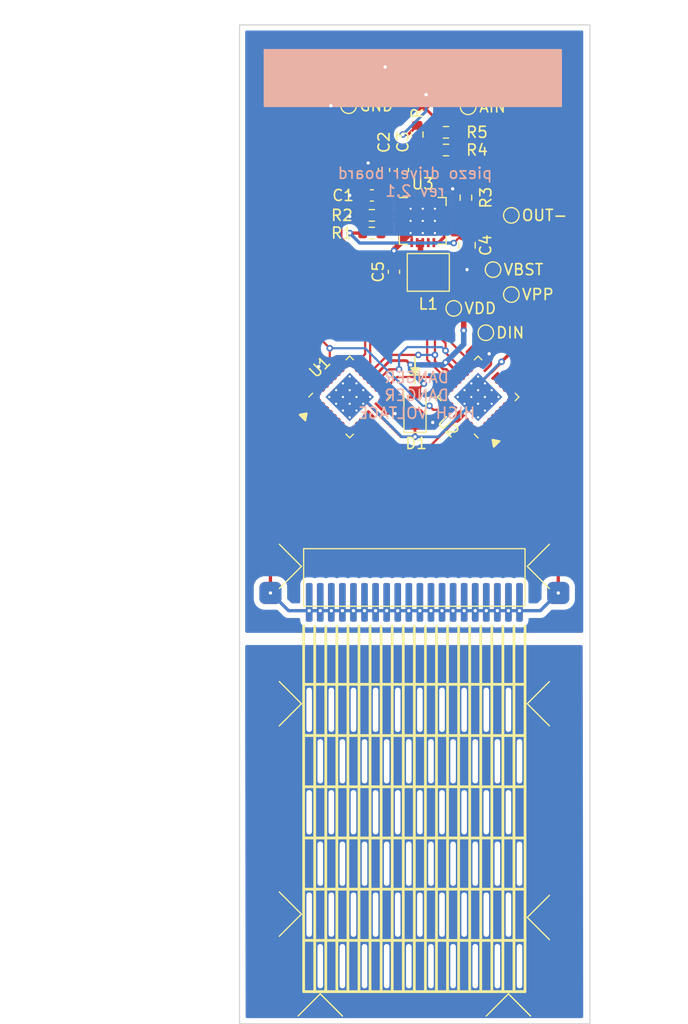
<source format=kicad_pcb>
(kicad_pcb (version 20211014) (generator pcbnew)
  (layers (0 "F.Cu" signal) (31 "B.Cu" signal) (34 "B.Paste" user) (35 "F.Paste" user) (36 "B.SilkS" user "B.Silkscreen") (37 "F.SilkS" user "F.Silkscreen") (38 "B.Mask" user) (39 "F.Mask" user) (44 "Edge.Cuts" user))
  (net 0 "")
  (net 13 "/reed20")
  (net 14 "/reed19")
  (net 15 "/reed18")
  (net 16 "/reed17")
  (net 17 "/reed16")
  (net 18 "/reed15")
  (net 19 "/reed14")
  (net 20 "/reed13")
  (net 21 "/reed12")
  (net 22 "/reed11")
  (net 23 "/reed10")
  (net 24 "/reed9")
  (net 25 "/reed8")
  (net 26 "/reed7")
  (net 27 "/reed6")
  (net 28 "/reed5")
  (net 29 "/reed4")
  (net 30 "/reed3")
  (net 31 "/reed2")
  (net 32 "/reed1")
  (net 33 "/VDD")
  (net 34 "/VBIAS")
  (net 35 "/DIN")
  (net 36 "/CLK")
  (net 37 "/POL")
  (net 38 "/LE")
  (net 39 "/DOUT")
  (net 40 "GND")
  (net 41 "/VPP")
  (net 42 "Net-(C2-Pad1)")
  (net 43 "/REG")
  (net 44 "Net-(C3-Pad1)")
  (net 45 "/AIN")
  (net 46 "/SCL")
  (net 47 "/SDA")
  (net 48 "Net-(L1-Pad1)")
  (net 49 "/PZT_Common")
  (net 50 "Net-(R1-Pad2)")
  (net 51 "Net-(R3-Pad1)")
  (net 53 "/VBST")
  (net 54 "/OUT-")
  (net 55 "Net-(U1-Pad17)")
  (net 56 "/fill")
  (footprint "Package_DFN_QFN:HVQFN-32-1EP_5x5mm_P0.5mm_EP3.1x3.1mm_ThermalVias" (layer "F.Cu") (at 98.3 74 45)
    (fp_text reference "U1")
    (fp_text value "HV528")
  )
  (footprint "Package_DFN_QFN:HVQFN-32-1EP_5x5mm_P0.5mm_EP3.1x3.1mm_ThermalVias" (layer "F.Cu") (at 109.9 74 135)
    (fp_text reference "U2")
    (fp_text value "HV528")
  )
  (footprint "TestPoint:TestPoint_Pad_D1.0mm" (layer "F.Cu") (at 111.25 62.5)
    (fp_text reference "TP4" hide)
    (fp_text value "TestPoint")
  )
  (footprint "Resistor_SMD:R_0603_1608Metric" (layer "F.Cu") (at 108.8 56 90)
    (fp_text reference "R3")
    (fp_text value "6.98k")
  )
  (footprint "TestPoint:TestPoint_Pad_D1.0mm" (layer "F.Cu") (at 110.6 68.2)
    (fp_text reference "TP7" hide)
    (fp_text value "TestPoint")
  )
  (footprint "TestPoint:TestPoint_Pad_D1.0mm" (layer "F.Cu") (at 109 47.8)
    (fp_text reference "TP6" hide)
    (fp_text value "TestPoint")
  )
  (footprint "Resistor_SMD:R_0603_1608Metric" (layer "F.Cu") (at 104.4 50.3 -90)
    (fp_text reference "R6")
    (fp_text value "DNP")
  )
  (footprint "Capacitor_SMD:C_0603_1608Metric" (layer "F.Cu") (at 102.3 62.7 90)
    (fp_text reference "C5")
    (fp_text value "10 µF")
  )
  (footprint "Package_DFN_QFN:Texas_S-PVQFN-N20_EP2.7x2.7mm_ThermalVias" (layer "F.Cu") (at 104.9 58.1)
    (fp_text reference "U3")
    (fp_text value "DRV2665")
  )
  (footprint "TestPoint:TestPoint_Pad_D1.0mm" (layer "F.Cu") (at 98.2 47.7)
    (fp_text reference "TP2" hide)
    (fp_text value "TestPoint")
  )
  (footprint "Resistor_SMD:R_0603_1608Metric" (layer "F.Cu") (at 100.3 57.6)
    (fp_text reference "R2")
    (fp_text value "6.98k")
  )
  (footprint "Capacitor_SMD:C_0603_1608Metric" (layer "F.Cu") (at 103.1 53.5 90)
    (fp_text reference "C3")
    (fp_text value "0.1 µF")
  )
  (footprint "TestPoint:TestPoint_Pad_D1.0mm" (layer "F.Cu") (at 112.9 57.6)
    (fp_text reference "TP5" hide)
    (fp_text value "TestPoint")
  )
  (footprint "TestPoint:TestPoint_Pad_D1.0mm" (layer "F.Cu") (at 107.7 66)
    (fp_text reference "TP1" hide)
    (fp_text value "TestPoint")
  )
  (footprint "Capacitor_SMD:C_0805_2012Metric" (layer "F.Cu") (at 108.9 60.3 -90)
    (fp_text reference "C4")
    (fp_text value "0.1 µF 150V+")
  )
  (footprint "Diode_SMD:D_SOD-123F" (layer "F.Cu") (at 104.2 75 90)
    (fp_text reference "D1")
    (fp_text value "D")
  )
  (footprint "microchip_hv:FH34SRJ-12S-0.5SH" (layer "F.Cu") (at 103.6 44.5 180)
    (fp_text reference "J1")
    (fp_text value "Conn_01x12")
  )
  (footprint "Capacitor_SMD:C_0603_1608Metric" (layer "F.Cu") (at 101.4 53.5 90)
    (fp_text reference "C2")
    (fp_text value "0.1 µF")
  )
  (footprint "Capacitor_SMD:C_0603_1608Metric" (layer "F.Cu") (at 100.3 55.8 180)
    (fp_text reference "C1")
    (fp_text value "1 µF")
  )
  (footprint "Resistor_SMD:R_0603_1608Metric" (layer "F.Cu") (at 107 50.1 180)
    (fp_text reference "R5")
    (fp_text value "3.3k")
  )
  (footprint "Resistor_SMD:R_0603_1608Metric" (layer "F.Cu") (at 107 51.7)
    (fp_text reference "R4")
    (fp_text value "3.3k")
  )
  (footprint "microchip_hv:TDK_VLS_3012" (layer "F.Cu") (at 105.4 62.75 -90)
    (fp_text reference "L1")
    (fp_text value "3.3 µH")
  )
  (footprint "microchip_hv:piezox20" (layer "F.Cu") (at 104.04 87.7)
    (fp_text reference "piezo1" hide)
    (fp_text value "Conn_01x22")
  )
  (footprint "TestPoint:TestPoint_Pad_D1.0mm" (layer "F.Cu") (at 112.9 64.75)
    (fp_text reference "TP3" hide)
    (fp_text value "TestPoint")
  )
  (footprint "Resistor_SMD:R_0603_1608Metric" (layer "F.Cu") (at 100.3 59.2)
    (fp_text reference "R1")
    (fp_text value "549k")
  )
  (gr_rect (start 117.4 42.65) (end 90.6 47.75) (layer "B.SilkS") (width 0.15) (fill solid))
  (gr_line (start 103.7 72) (end 104.7 72) (layer "F.SilkS") (width 0.15))
  (gr_poly (pts (xy 103.875 71.4) (xy 104.55 71.4) (xy 104.2 71.9)) (layer "F.SilkS") (width 0.2) (fill solid))
  (gr_poly (pts (xy 94.276256 76.083363) (xy 93.798959 75.606066) (xy 94.4 75.5)) (layer "F.SilkS") (width 0.2) (fill solid))
  (gr_line (start 104.2 72) (end 104.2 72.8) (layer "F.SilkS") (width 0.15))
  (gr_line (start 104.2 71.4) (end 104.2 70.4) (layer "F.SilkS") (width 0.15))
  (gr_poly (pts (xy 111.8 78) (xy 111.322703 78.477297) (xy 111.216637 77.876256)) (layer "F.SilkS") (width 0.2) (fill solid))
  (gr_line (start 104.2 70.4) (end 104.2 71.9) (layer "F.SilkS") (width 0.15))
  (gr_rect (start 88.35 40.4) (end 120 130.6) (layer "Edge.Cuts") (width 0.1) (fill none))
  (gr_text "DANGER\nDANGER\nHIGH VOLTAGE" (at 104.35 73.85) (layer "B.SilkS") (effects (font (size 1 1)) (justify mirror)))
  (gr_text "piezo driver board\nrev 2.1" (at 104.2 54.6) (layer "B.SilkS") (effects (font (size 1 1)) (justify mirror)))
  (segment (start 112.153903 75.193243) (end 113.64 76.67934) (width 0.2) (layer "F.Cu") (net 13))
  (segment (start 113.64 76.67934) (end 113.64 83.5) (width 0.2) (layer "F.Cu") (net 13))
  (segment (start 112.64 76.386447) (end 112.64 83.5) (width 0.2) (layer "F.Cu") (net 14))
  (segment (start 111.800349 75.546796) (end 112.64 76.386447) (width 0.2) (layer "F.Cu") (net 14))
  (segment (start 111.64 79.36) (end 112.2 78.8) (width 0.2) (layer "F.Cu") (net 15))
  (segment (start 111.64 83.5) (end 111.64 79.36) (width 0.2) (layer "F.Cu") (net 15))
  (segment (start 112.2 76.653553) (end 111.446796 75.900349) (width 0.2) (layer "F.Cu") (net 15))
  (segment (start 112.2 78.8) (end 112.2 76.653553) (width 0.2) (layer "F.Cu") (net 15))
  (segment (start 110.64 79.36) (end 110.64 83.5) (width 0.2) (layer "F.Cu") (net 16))
  (segment (start 111.093243 76.253903) (end 111.7 76.86066) (width 0.2) (layer "F.Cu") (net 16))
  (segment (start 111.7 78.3) (end 110.64 79.36) (width 0.2) (layer "F.Cu") (net 16))
  (segment (start 111.7 76.86066) (end 111.7 78.3) (width 0.2) (layer "F.Cu") (net 16))
  (segment (start 111.2 77.067767) (end 111.2 77.8) (width 0.2) (layer "F.Cu") (net 17))
  (segment (start 111.2 77.8) (end 109.64 79.36) (width 0.2) (layer "F.Cu") (net 17))
  (segment (start 109.64 79.36) (end 109.64 83.5) (width 0.2) (layer "F.Cu") (net 17))
  (segment (start 110.739689 76.607456) (end 111.2 77.067767) (width 0.2) (layer "F.Cu") (net 17))
  (segment (start 108.64 79.36) (end 108.64 83.5) (width 0.2) (layer "F.Cu") (net 18))
  (segment (start 110.386136 77.613864) (end 108.64 79.36) (width 0.2) (layer "F.Cu") (net 18))
  (segment (start 110.386136 76.96101) (end 110.386136 77.613864) (width 0.2) (layer "F.Cu") (net 18))
  (segment (start 109.413864 76.96101) (end 109.413864 77.586136) (width 0.2) (layer "F.Cu") (net 19))
  (segment (start 109.413864 77.586136) (end 107.64 79.36) (width 0.2) (layer "F.Cu") (net 19))
  (segment (start 107.64 79.36) (end 107.64 83.5) (width 0.2) (layer "F.Cu") (net 19))
  (segment (start 106.64 79.36) (end 106.64 83.5) (width 0.2) (layer "F.Cu") (net 20))
  (segment (start 108.742485 76.925282) (end 108.742485 77.257515) (width 0.2) (layer "F.Cu") (net 20))
  (segment (start 108.742485 77.257515) (end 106.64 79.36) (width 0.2) (layer "F.Cu") (net 20))
  (segment (start 109.060311 76.607456) (end 108.742485 76.925282) (width 0.2) (layer "F.Cu") (net 20))
  (segment (start 108.706757 76.253903) (end 108.706757 76.293243) (width 0.2) (layer "F.Cu") (net 21))
  (segment (start 108.706757 76.293243) (end 105.64 79.36) (width 0.2) (layer "F.Cu") (net 21))
  (segment (start 105.64 79.36) (end 105.64 83.5) (width 0.2) (layer "F.Cu") (net 21))
  (segment (start 107.781825 76.218175) (end 104.64 79.36) (width 0.2) (layer "F.Cu") (net 22))
  (segment (start 104.64 79.36) (end 104.64 83.5) (width 0.2) (layer "F.Cu") (net 22))
  (segment (start 108.353204 75.900349) (end 108.035378 76.218175) (width 0.2) (layer "F.Cu") (net 22))
  (segment (start 108.035378 76.218175) (end 107.781825 76.218175) (width 0.2) (layer "F.Cu") (net 22))
  (segment (start 100.164622 76.218175) (end 100.518175 76.218175) (width 0.2) (layer "F.Cu") (net 23))
  (segment (start 103.64 79.34) (end 103.64 83.5) (width 0.2) (layer "F.Cu") (net 23))
  (segment (start 99.846796 75.900349) (end 100.164622 76.218175) (width 0.2) (layer "F.Cu") (net 23))
  (segment (start 100.518175 76.218175) (end 103.64 79.34) (width 0.2) (layer "F.Cu") (net 23))
  (segment (start 102.64 79.34) (end 102.64 83.5) (width 0.2) (layer "F.Cu") (net 24))
  (segment (start 99.493243 76.253903) (end 99.553903 76.253903) (width 0.2) (layer "F.Cu") (net 24))
  (segment (start 99.553903 76.253903) (end 102.64 79.34) (width 0.2) (layer "F.Cu") (net 24))
  (segment (start 99.457515 77.157515) (end 101.64 79.34) (width 0.2) (layer "F.Cu") (net 25))
  (segment (start 99.457515 76.925282) (end 99.457515 77.157515) (width 0.2) (layer "F.Cu") (net 25))
  (segment (start 101.64 79.34) (end 101.64 83.5) (width 0.2) (layer "F.Cu") (net 25))
  (segment (start 99.139689 76.607456) (end 99.457515 76.925282) (width 0.2) (layer "F.Cu") (net 25))
  (segment (start 100.64 79.34) (end 100.64 83.5) (width 0.2) (layer "F.Cu") (net 26))
  (segment (start 98.786136 76.96101) (end 98.786136 77.486136) (width 0.2) (layer "F.Cu") (net 26))
  (segment (start 98.786136 77.486136) (end 100.64 79.34) (width 0.2) (layer "F.Cu") (net 26))
  (segment (start 97.813864 77.513864) (end 99.64 79.34) (width 0.2) (layer "F.Cu") (net 27))
  (segment (start 99.64 79.34) (end 99.64 83.5) (width 0.2) (layer "F.Cu") (net 27))
  (segment (start 97.813864 76.96101) (end 97.813864 77.513864) (width 0.2) (layer "F.Cu") (net 27))
  (segment (start 97.142485 76.925282) (end 97.142485 77.842485) (width 0.2) (layer "F.Cu") (net 28))
  (segment (start 98.64 79.34) (end 98.64 83.5) (width 0.2) (layer "F.Cu") (net 28))
  (segment (start 97.142485 77.842485) (end 98.64 79.34) (width 0.2) (layer "F.Cu") (net 28))
  (segment (start 97.460311 76.607456) (end 97.142485 76.925282) (width 0.2) (layer "F.Cu") (net 28))
  (segment (start 96.742975 76.617685) (end 96.742975 78.442975) (width 0.2) (layer "F.Cu") (net 29))
  (segment (start 97.106757 76.253903) (end 96.742975 76.617685) (width 0.2) (layer "F.Cu") (net 29))
  (segment (start 96.742975 78.442975) (end 97.64 79.34) (width 0.2) (layer "F.Cu") (net 29))
  (segment (start 97.64 79.34) (end 97.64 83.5) (width 0.2) (layer "F.Cu") (net 29))
  (segment (start 96.2 78.9) (end 96.64 79.34) (width 0.2) (layer "F.Cu") (net 30))
  (segment (start 96.64 79.34) (end 96.64 83.5) (width 0.2) (layer "F.Cu") (net 30))
  (segment (start 96.753204 75.900349) (end 96.2 76.453553) (width 0.2) (layer "F.Cu") (net 30))
  (segment (start 96.2 76.453553) (end 96.2 78.9) (width 0.2) (layer "F.Cu") (net 30))
  (segment (start 95.64 76.306447) (end 95.64 83.5) (width 0.2) (layer "F.Cu") (net 31))
  (segment (start 96.399651 75.546796) (end 95.64 76.306447) (width 0.2) (layer "F.Cu") (net 31))
  (segment (start 96.046097 75.193243) (end 96.046097 75.253903) (width 0.2) (layer "F.Cu") (net 32))
  (segment (start 94.64 76.66) (end 94.64 83.5) (width 0.2) (layer "F.Cu") (net 32))
  (segment (start 96.046097 75.253903) (end 94.64 76.66) (width 0.2) (layer "F.Cu") (net 32))
  (segment (start 102.875 63.475) (end 103.3 63.9) (width 0.5) (layer "F.Cu") (net 33))
  (segment (start 107.138664 70.885111) (end 106.960955 70.885111) (width 0.2) (layer "F.Cu") (net 33))
  (segment (start 108.6 67) (end 108.6 68) (width 0.5) (layer "F.Cu") (net 33))
  (segment (start 106.5 46.5) (end 106.5 45.6) (width 0.5) (layer "F.Cu") (net 33))
  (segment (start 105.1 47.9) (end 106.5 46.5) (width 0.5) (layer "F.Cu") (net 33))
  (segment (start 101.152126 63.475) (end 97.4 59.722874) (width 0.5) (layer "F.Cu") (net 33))
  (segment (start 103.419196 70.719196) (end 103.8 71.1) (width 0.25) (layer "F.Cu") (net 33))
  (segment (start 97.4 54.6) (end 97.4 54.377126) (width 0.5) (layer "F.Cu") (net 33))
  (segment (start 99.775 54.5) (end 97.5 54.5) (width 0.25) (layer "F.Cu") (net 33))
  (segment (start 106.960955 70.885111) (end 106.960222 70.884378) (width 0.2) (layer "F.Cu") (net 33))
  (segment (start 106.175 51.7) (end 106.175 50.1) (width 0.25) (layer "F.Cu") (net 33))
  (segment (start 101.075 55.8) (end 101.075 56.197328) (width 0.25) (layer "F.Cu") (net 33))
  (segment (start 103.3 63.9) (end 105.3 63.9) (width 0.5) (layer "F.Cu") (net 33))
  (segment (start 106.175 50.1) (end 106.175 48.975) (width 0.25) (layer "F.Cu") (net 33))
  (segment (start 102.3 63.475) (end 102.875 63.475) (width 0.5) (layer "F.Cu") (net 33))
  (segment (start 105.4 63.8) (end 108.6 67) (width 0.5) (layer "F.Cu") (net 33))
  (segment (start 97.5 54.5) (end 97.4 54.6) (width 0.25) (layer "F.Cu") (net 33))
  (segment (start 97.4 54.377126) (end 103.877126 47.9) (width 0.5) (layer "F.Cu") (net 33))
  (segment (start 102.477672 57.6) (end 102.9375 57.6) (width 0.25) (layer "F.Cu") (net 33))
  (segment (start 104.2 73.6) (end 105 72.8) (width 0.2) (layer "F.Cu") (net 33))
  (segment (start 108.353204 72.099651) (end 107.138664 70.885111) (width 0.25) (layer "F.Cu") (net 33))
  (segment (start 106.175 48.975) (end 105.1 47.9) (width 0.25) (layer "F.Cu") (net 33))
  (segment (start 97.4 59.722874) (end 97.4 54.6) (width 0.5) (layer "F.Cu") (net 33))
  (segment (start 101.934357 70.719196) (end 103.419196 70.719196) (width 0.25) (layer "F.Cu") (net 33))
  (segment (start 100.200349 72.453204) (end 101.934357 70.719196) (width 0.25) (layer "F.Cu") (net 33))
  (segment (start 105.3 63.9) (end 105.4 63.8) (width 0.5) (layer "F.Cu") (net 33))
  (segment (start 101.075 56.197328) (end 102.477672 57.6) (width 0.25) (layer "F.Cu") (net 33))
  (segment (start 101.075 55.8) (end 99.775 54.5) (width 0.25) (layer "F.Cu") (net 33))
  (segment (start 103.877126 47.9) (end 105.1 47.9) (width 0.5) (layer "F.Cu") (net 33))
  (segment (start 102.3 63.475) (end 101.152126 63.475) (width 0.5) (layer "F.Cu") (net 33))
  (via (at 108.6 68) (size 0.6) (drill 0.3) (layers "F.Cu" "B.Cu") (net 33))
  (via (at 103.8 71.1) (size 0.6) (drill 0.3) (layers "F.Cu" "B.Cu") (net 33))
  (via (at 106.960222 70.884378) (size 0.6) (drill 0.3) (layers "F.Cu" "B.Cu") (net 33))
  (via (at 105 72.8) (size 0.6) (drill 0.3) (layers "F.Cu" "B.Cu") (net 33))
  (segment (start 103.8 71.1) (end 103.8 71.6) (width 0.5) (layer "B.Cu") (net 33))
  (segment (start 106.7446 71.1) (end 106.960222 70.884378) (width 0.5) (layer "B.Cu") (net 33))
  (segment (start 103.8 71.1) (end 106.7446 71.1) (width 0.5) (layer "B.Cu") (net 33))
  (segment (start 108.6 68) (end 108.6 69.2446) (width 0.5) (layer "B.Cu") (net 33))
  (segment (start 108.6 69.2446) (end 106.960222 70.884378) (width 0.5) (layer "B.Cu") (net 33))
  (segment (start 103.8 71.6) (end 105 72.8) (width 0.5) (layer "B.Cu") (net 33))
  (segment (start 101.35 46.654994) (end 94.800482 53.204512) (width 0.2) (layer "F.Cu") (net 34))
  (segment (start 94.800482 53.204512) (end 94.800482 67.900482) (width 0.2) (layer "F.Cu") (net 34))
  (segment (start 97.460311 71.392544) (end 96.5 70.432233) (width 0.2) (layer "F.Cu") (net 34))
  (segment (start 106.974718 75.157515) (end 105.857515 75.157515) (width 0.2) (layer "F.Cu") (net 34))
  (segment (start 101.35 45.6) (end 101.35 46.654994) (width 0.2) (layer "F.Cu") (net 34))
  (segment (start 96.5 70.432233) (end 96.5 69.6) (width 0.2) (layer "F.Cu") (net 34))
  (segment (start 107.292544 74.839689) (end 106.974718 75.157515) (width 0.2) (layer "F.Cu") (net 34))
  (segment (start 94.800482 67.900482) (end 96.5 69.6) (width 0.2) (layer "F.Cu") (net 34))
  (segment (start 105.857515 75.157515) (end 105.5 74.8) (width 0.2) (layer "F.Cu") (net 34))
  (via (at 96.5 69.6) (size 0.6) (drill 0.3) (layers "F.Cu" "B.Cu") (net 34))
  (via (at 105.5 74.8) (size 0.6) (drill 0.3) (layers "F.Cu" "B.Cu") (net 34))
  (segment (start 99.7 69.6) (end 104.9 74.8) (width 0.2) (layer "B.Cu") (net 34))
  (segment (start 96.5 69.6) (end 99.7 69.6) (width 0.2) (layer "B.Cu") (net 34))
  (segment (start 104.9 74.8) (end 105.5 74.8) (width 0.2) (layer "B.Cu") (net 34))
  (segment (start 104.1 67.2) (end 104.7 67.2) (width 0.2) (layer "F.Cu") (net 35))
  (segment (start 104.7 67.2) (end 105.574874 67.2) (width 0.2) (layer "F.Cu") (net 35))
  (segment (start 110.6 68.2) (end 108.887437 69.912563) (width 0.2) (layer "F.Cu") (net 35))
  (segment (start 96.8 59.9) (end 104.1 67.2) (width 0.2) (layer "F.Cu") (net 35))
  (segment (start 103.85 45.6) (end 103.85 47.05) (width 0.2) (layer "F.Cu") (net 35))
  (segment (start 103.85 47.05) (end 96.8 54.1) (width 0.2) (layer "F.Cu") (net 35))
  (segment (start 108.887437 69.912563) (end 108.887437 70.512563) (width 0.2) (layer "F.Cu") (net 35))
  (segment (start 105.574874 67.2) (end 108.887437 70.512563) (width 0.2) (layer "F.Cu") (net 35))
  (segment (start 96.8 54.1) (end 96.8 59.9) (width 0.2) (layer "F.Cu") (net 35))
  (segment (start 108.887437 70.512563) (end 109.413864 71.03899) (width 0.2) (layer "F.Cu") (net 35))
  (segment (start 96.398533 60.198533) (end 96.398533 53.901467) (width 0.2) (layer "F.Cu") (net 36))
  (segment (start 106.960707 69.150827) (end 105.40988 67.6) (width 0.2) (layer "F.Cu") (net 36))
  (segment (start 101.86066 71.5) (end 102.758482 71.5) (width 0.2) (layer "F.Cu") (net 36))
  (segment (start 108.706757 71.746097) (end 106.960707 70.000047) (width 0.2) (layer "F.Cu") (net 36))
  (segment (start 96.398533 53.901467) (end 103.35 46.95) (width 0.2) (layer "F.Cu") (net 36))
  (segment (start 100.553903 72.806757) (end 101.86066 71.5) (width 0.2) (layer "F.Cu") (net 36))
  (segment (start 103.35 46.95) (end 103.35 45.6) (width 0.2) (layer "F.Cu") (net 36))
  (segment (start 106.960707 70.000047) (end 106.960707 69.823939) (width 0.2) (layer "F.Cu") (net 36))
  (segment (start 105.40988 67.6) (end 103.8 67.6) (width 0.2) (layer "F.Cu") (net 36))
  (segment (start 106.960707 69.823939) (end 106.960707 69.150827) (width 0.2) (layer "F.Cu") (net 36))
  (segment (start 103.8 67.6) (end 96.398533 60.198533) (width 0.2) (layer "F.Cu") (net 36))
  (via (at 106.960707 69.823939) (size 0.6) (drill 0.3) (layers "F.Cu" "B.Cu") (net 36))
  (via (at 102.758482 71.5) (size 0.6) (drill 0.3) (layers "F.Cu" "B.Cu") (net 36))
  (segment (start 106.960707 69.823939) (end 106.637737 69.500969) (width 0.2) (layer "B.Cu") (net 36))
  (segment (start 106.637737 69.500969) (end 103.499031 69.500969) (width 0.2) (layer "B.Cu") (net 36))
  (segment (start 103.499031 69.500969) (end 102.758482 70.241518) (width 0.2) (layer "B.Cu") (net 36))
  (segment (start 102.758482 70.241518) (end 102.758482 71.5) (width 0.2) (layer "B.Cu") (net 36))
  (segment (start 103.1 70.2) (end 104.5 70.2) (width 0.2) (layer "F.Cu") (net 37))
  (segment (start 105.9995 70.771478) (end 105.9995 70.2) (width 0.2) (layer "F.Cu") (net 37))
  (segment (start 101.746447 70.2) (end 103.1 70.2) (width 0.2) (layer "F.Cu") (net 37))
  (segment (start 103.6 68) (end 105.2 68) (width 0.2) (layer "F.Cu") (net 37))
  (segment (start 105.2 68) (end 105.9995 68.7995) (width 0.2) (layer "F.Cu") (net 37))
  (segment (start 95.999022 53.700978) (end 95.999022 60.399022) (width 0.2) (layer "F.Cu") (net 37))
  (segment (start 107.031059 71.484612) (end 106.712634 71.484612) (width 0.2) (layer "F.Cu") (net 37))
  (segment (start 107.999651 72.453204) (end 107.031059 71.484612) (width 0.2) (layer "F.Cu") (net 37))
  (segment (start 102.85 45.6) (end 102.85 46.85) (width 0.2) (layer "F.Cu") (net 37))
  (segment (start 99.846796 72.099651) (end 101.746447 70.2) (width 0.2) (layer "F.Cu") (net 37))
  (segment (start 105.9995 68.7995) (end 105.9995 70.2) (width 0.2) (layer "F.Cu") (net 37))
  (segment (start 102.85 46.85) (end 95.999022 53.700978) (width 0.2) (layer "F.Cu") (net 37))
  (segment (start 106.712634 71.484612) (end 105.9995 70.771478) (width 0.2) (layer "F.Cu") (net 37))
  (segment (start 95.999022 60.399022) (end 103.6 68) (width 0.2) (layer "F.Cu") (net 37))
  (via (at 104.5 70.2) (size 0.6) (drill 0.3) (layers "F.Cu" "B.Cu") (net 37))
  (via (at 105.9995 70.2) (size 0.6) (drill 0.3) (layers "F.Cu" "B.Cu") (net 37))
  (segment (start 104.5 70.2) (end 105.9995 70.2) (width 0.2) (layer "B.Cu") (net 37))
  (segment (start 107.646097 72.806757) (end 106.723463 71.884123) (width 0.2) (layer "F.Cu") (net 38))
  (segment (start 105.3 70.636972) (end 105.3 68.7) (width 0.2) (layer "F.Cu") (net 38))
  (segment (start 105 68.4) (end 103.4 68.4) (width 0.2) (layer "F.Cu") (net 38))
  (segment (start 106.723463 71.884123) (end 106.547151 71.884123) (width 0.2) (layer "F.Cu") (net 38))
  (segment (start 95.599511 60.599511) (end 95.599511 53.535483) (width 0.2) (layer "F.Cu") (net 38))
  (segment (start 103.4 68.4) (end 100.15 65.15) (width 0.2) (layer "F.Cu") (net 38))
  (segment (start 99.493243 71.746097) (end 100.15 71.08934) (width 0.2) (layer "F.Cu") (net 38))
  (segment (start 100.15 68.65) (end 100.15 65.15) (width 0.2) (layer "F.Cu") (net 38))
  (segment (start 105.3 68.7) (end 105 68.4) (width 0.2) (layer "F.Cu") (net 38))
  (segment (start 100.15 65.15) (end 95.599511 60.599511) (width 0.2) (layer "F.Cu") (net 38))
  (segment (start 100.15 71.08934) (end 100.15 68.65) (width 0.2) (layer "F.Cu") (net 38))
  (segment (start 95.599511 53.535483) (end 102.35 46.784994) (width 0.2) (layer "F.Cu") (net 38))
  (segment (start 102.35 46.784994) (end 102.35 45.6) (width 0.2) (layer "F.Cu") (net 38))
  (segment (start 106.547151 71.884123) (end 105.3 70.636972) (width 0.2) (layer "F.Cu") (net 38))
  (segment (start 99.7 65.3) (end 95.2 60.8) (width 0.2) (layer "F.Cu") (net 39))
  (segment (start 95.2 60.8) (end 95.2 53.37) (width 0.2) (layer "F.Cu") (net 39))
  (segment (start 98.786136 71.03899) (end 99.7 70.125126) (width 0.2) (layer "F.Cu") (net 39))
  (segment (start 101.85 46.72) (end 101.85 45.6) (width 0.2) (layer "F.Cu") (net 39))
  (segment (start 99.7 70.125126) (end 99.7 65.3) (width 0.2) (layer "F.Cu") (net 39))
  (segment (start 95.2 53.37) (end 101.85 46.72) (width 0.2) (layer "F.Cu") (net 39))
  (segment (start 103.9 60.0625) (end 103.9 59.3) (width 0.2) (layer "F.Cu") (net 40))
  (segment (start 102.3 60.7) (end 103.05 59.95) (width 0.5) (layer "F.Cu") (net 40))
  (segment (start 105.9 55.50035) (end 106.20035 55.2) (width 0.2) (layer "F.Cu") (net 40))
  (segment (start 110.739689 71.392544) (end 111.057515 71.074718) (width 0.2) (layer "F.Cu") (net 40))
  (segment (start 102.9375 59.8375) (end 103.05 59.95) (width 0.2) (layer "F.Cu") (net 40))
  (segment (start 100.85 45.6) (end 100.85 44.85) (width 0.3) (layer "F.Cu") (net 40))
  (segment (start 102.9375 59.1) (end 103.7 59.1) (width 0.2) (layer "F.Cu") (net 40))
  (segment (start 103.1625 60.0625) (end 103.05 59.95) (width 0.2) (layer "F.Cu") (net 40))
  (segment (start 108.9 61.25) (end 108.9 62.5) (width 0.3) (layer "F.Cu") (net 40))
  (segment (start 102.4 75.5) (end 102.75 75.15) (width 0.2) (layer "F.Cu") (net 40))
  (segment (start 101.567767 75.5) (end 102.4 75.5) (width 0.2) (layer "F.Cu") (net 40))
  (segment (start 100.11208 52.725) (end 99.96854 52.86854) (width 0.25) (layer "F.Cu") (net 40))
  (segment (start 100.85 44.85) (end 101.5 44.2) (width 0.3) (layer "F.Cu") (net 40))
  (segment (start 103.9 59.3) (end 103.8 59.2) (width 0.2) (layer "F.Cu") (net 40))
  (segment (start 98.75 47.7) (end 96.6 47.7) (width 0.3) (layer "F.Cu") (net 40))
  (segment (start 103.9 60.0625) (end 103.1625 60.0625) (width 0.3) (layer "F.Cu") (net 40))
  (segment (start 102.3 61.925) (end 102.3 60.7) (width 0.5) (layer "F.Cu") (net 40))
  (segment (start 100.85 45.6) (end 98.75 47.7) (width 0.3) (layer "F.Cu") (net 40))
  (segment (start 105.9 56.9) (end 106 57) (width 0.2) (layer "F.Cu") (net 40))
  (segment (start 105.9 56.1375) (end 105.9 55.50035) (width 0.2) (layer "F.Cu") (net 40))
  (segment (start 102.75 75.15) (end 104.65 75.15) (width 0.2) (layer "F.Cu") (net 40))
  (segment (start 111.057515 70.257515) (end 110.9 70.1) (width 0.2) (layer "F.Cu") (net 40))
  (segment (start 101.4 52.725) (end 100.11208 52.725) (width 0.25) (layer "F.Cu") (net 40))
  (segment (start 103.7 59.1) (end 103.8 59.2) (width 0.2) (layer "F.Cu") (net 40))
  (segment (start 99.375 57.7) (end 98.3 57.7) (width 0.2) (layer "F.Cu") (net 40))
  (segment (start 101.4 52.725) (end 103.1 52.725) (width 0.25) (layer "F.Cu") (net 40))
  (segment (start 106.53934 76.3) (end 105.8 76.3) (width 0.2) (layer "F.Cu") (net 40))
  (segment (start 105.9 56.1375) (end 105.9 56.9) (width 0.2) (layer "F.Cu") (net 40))
  (segment (start 97.106757 71.746097) (end 96.612673 71.252013) (width 0.2) (layer "F.Cu") (net 40))
  (segment (start 102.9375 59.1) (end 102.9375 59.8375) (width 0.5) (layer "F.Cu") (net 40))
  (segment (start 99.475 57.6) (end 99.375 57.7) (width 0.2) (layer "F.Cu") (net 40))
  (segment (start 102.9375 58.6) (end 104.4 58.6) (width 0.2) (layer "F.Cu") (net 40))
  (segment (start 104.4 58.6) (end 104.9 58.1) (width 0.2) (layer "F.Cu") (net 40))
  (segment (start 102.9375 58.6) (end 102.9375 59.1) (width 0.3) (layer "F.Cu") (net 40))
  (segment (start 107.625 55.175) (end 107.6 55.2) (width 0.2) (layer "F.Cu") (net 40))
  (segment (start 104.65 75.15) (end 105.8 76.3) (width 0.2) (layer "F.Cu") (net 40))
  (segment (start 106.20035 55.2) (end 107.6 55.2) (width 0.2) (layer "F.Cu") (net 40))
  (segment (start 108.8 55.175) (end 107.625 55.175) (width 0.2) (layer "F.Cu") (net 40))
  (segment (start 99.325 55.8) (end 98.3 55.8) (width 0.3) (layer "F.Cu") (net 40))
  (segment (start 96.612673 71.252013) (end 95.5 71.252013) (width 0.2) (layer "F.Cu") (net 40))
  (segment (start 111.057515 71.074718) (end 111.057515 70.257515) (width 0.2) (layer "F.Cu") (net 40))
  (segment (start 107.646097 75.193243) (end 106.53934 76.3) (width 0.2) (layer "F.Cu") (net 40))
  (segment (start 100.907456 74.839689) (end 101.567767 75.5) (width 0.2) (layer "F.Cu") (net 40))
  (segment (start 103.05 59.95) (end 103.8 59.2) (width 0.5) (layer "F.Cu") (net 40))
  (via (at 105.8 76.3) (size 0.6) (drill 0.3) (layers "F.Cu" "B.Cu") (net 40))
  (via (at 107.6 55.2) (size 0.6) (drill 0.3) (layers "F.Cu" "B.Cu") (net 40))
  (via (at 98.3 57.7) (size 0.6) (drill 0.3) (layers "F.Cu" "B.Cu") (net 40))
  (via (at 101.5 44.2) (size 0.6) (drill 0.3) (layers "F.Cu" "B.Cu") (net 40))
  (via (at 95.5 71.252013) (size 0.6) (drill 0.3) (layers "F.Cu" "B.Cu") (net 40))
  (via (at 99.96854 52.86854) (size 0.6) (drill 0.3) (layers "F.Cu" "B.Cu") (net 40))
  (via (at 98.3 55.8) (size 0.6) (drill 0.3) (layers "F.Cu" "B.Cu") (net 40))
  (via (at 96.6 47.7) (size 0.6) (drill 0.3) (layers "F.Cu" "B.Cu") (net 40))
  (via (at 108.9 62.5) (size 0.6) (drill 0.3) (layers "F.Cu" "B.Cu") (net 40))
  (via (at 102.3 60.8) (size 0.6) (drill 0.3) (layers "F.Cu" "B.Cu") (net 40))
  (via (at 110.9 70.1) (size 0.6) (drill 0.3) (layers "F.Cu" "B.Cu") (net 40))
  (via (at 102.4 75.5) (size 0.6) (drill 0.3) (layers "F.Cu" "B.Cu") (net 40))
  (segment (start 107.3 58.1) (end 107.302151 58.102151) (width 0.3) (layer "F.Cu") (net 41))
  (segment (start 104.2 76.4) (end 104.2 77.6) (width 0.25) (layer "F.Cu") (net 41))
  (segment (start 98.1 74) (end 98.3 74) (width 0.25) (layer "F.Cu") (net 41))
  (segment (start 109.9 72.93934) (end 109.9 74) (width 0.25) (layer "F.Cu") (net 41))
  (segment (start 104.2 77.6) (end 102.96066 77.6) (width 0.25) (layer "F.Cu") (net 41))
  (segment (start 110.702151 58.102151) (end 112.9 60.3) (width 0.3) (layer "F.Cu") (net 41))
  (segment (start 109.9 74) (end 109.900002 74) (width 0.25) (layer "F.Cu") (net 41))
  (segment (start 111.093243 71.746097) (end 109.9 72.93934) (width 0.25) (layer "F.Cu") (net 41))
  (segment (start 112.9 60.3) (end 112.9 69.93934) (width 0.3) (layer "F.Cu") (net 41))
  (segment (start 102.96066 77.6) (end 100.553903 75.193243) (width 0.25) (layer "F.Cu") (net 41))
  (segment (start 99.36066 74) (end 100.553903 75.193243) (width 0.25) (layer "F.Cu") (net 41))
  (segment (start 107.302151 58.102151) (end 110.702151 58.102151) (width 0.3) (layer "F.Cu") (net 41))
  (segment (start 112.9 69.93934) (end 112.01967 70.81967) (width 0.3) (layer "F.Cu") (net 41))
  (segment (start 112.01967 70.81967) (end 111.093243 71.746097) (width 0.3) (layer "F.Cu") (net 41))
  (via (at 104.2 77.6) (size 0.6) (drill 0.3) (layers "F.Cu" "B.Cu") (net 41))
  (via (at 112.01967 70.81967) (size 0.6) (drill 0.3) (layers "F.Cu" "B.Cu") (net 41))
  (segment (start 103 77.6) (end 104.2 77.6) (width 0.25) (layer "B.Cu") (net 41))
  (segment (start 109.900002 74) (end 106.300002 77.6) (width 0.25) (layer "B.Cu") (net 41))
  (segment (start 109.9 72.9) (end 111.98033 70.81967) (width 0.25) (layer "B.Cu") (net 41))
  (segment (start 111.98033 70.81967) (end 112.01967 70.81967) (width 0.25) (layer "B.Cu") (net 41))
  (segment (start 106.300002 77.6) (end 104.2 77.6) (width 0.25) (layer "B.Cu") (net 41))
  (segment (start 109.9 74) (end 109.9 72.9) (width 0.25) (layer "B.Cu") (net 41))
  (segment (start 99.4 74) (end 103 77.6) (width 0.25) (layer "B.Cu") (net 41))
  (segment (start 98.1 74) (end 99.4 74) (width 0.25) (layer "B.Cu") (net 41))
  (segment (start 101.4 54.275) (end 102.9375 55.8125) (width 0.25) (layer "F.Cu") (net 42))
  (segment (start 102.9375 55.8125) (end 102.9375 57.1) (width 0.25) (layer "F.Cu") (net 42))
  (segment (start 103.575 50.3) (end 104.4 49.475) (width 0.25) (layer "F.Cu") (net 43))
  (segment (start 105.2 46.7) (end 105.215006 46.7) (width 0.25) (layer "F.Cu") (net 43))
  (segment (start 105.215006 46.7) (end 105.85 46.065006) (width 0.25) (layer "F.Cu") (net 43))
  (segment (start 105.85 46.065006) (end 105.85 45.6) (width 0.25) (layer "F.Cu") (net 43))
  (segment (start 103.1 50.3) (end 103.575 50.3) (width 0.25) (layer "F.Cu") (net 43))
  (via (at 105.2 46.7) (size 0.6) (drill 0.3) (layers "F.Cu" "B.Cu") (net 43))
  (via (at 103.1 50.3) (size 0.6) (drill 0.3) (layers "F.Cu" "B.Cu") (net 43))
  (segment (start 105.2 46.7) (end 105.2 48.2) (width 0.25) (layer "B.Cu") (net 43))
  (segment (start 105.2 48.2) (end 103.1 50.3) (width 0.25) (layer "B.Cu") (net 43))
  (segment (start 103.1 54.525) (end 103.9 55.325) (width 0.3) (layer "F.Cu") (net 44))
  (segment (start 104.4 52.975) (end 104.4 51.125) (width 0.25) (layer "F.Cu") (net 44))
  (segment (start 103.1 54.275) (end 104.4 52.975) (width 0.25) (layer "F.Cu") (net 44))
  (segment (start 103.9 55.325) (end 103.9 56.1375) (width 0.3) (layer "F.Cu") (net 44))
  (segment (start 104.35 44.77957) (end 104.35 45.6) (width 0.25) (layer "F.Cu") (net 45))
  (segment (start 105.4 56.1375) (end 105.4 55.396422) (width 0.25) (layer "F.Cu") (net 45))
  (segment (start 107.847392 52.94903) (end 108.428457 52.94903) (width 0.25) (layer "F.Cu") (net 45))
  (segment (start 106.962873 43.976459) (end 105.153111 43.976459) (width 0.25) (layer "F.Cu") (net 45))
  (segment (start 108.428457 52.94903) (end 108.999031 52.378456) (width 0.25) (layer "F.Cu") (net 45))
  (segment (start 108.999031 46.012617) (end 106.962873 43.976459) (width 0.25) (layer "F.Cu") (net 45))
  (segment (start 108.999031 52.378456) (end 108.999031 46.012617) (width 0.25) (layer "F.Cu") (net 45))
  (segment (start 105.4 55.396422) (end 107.847392 52.94903) (width 0.25) (layer "F.Cu") (net 45))
  (segment (start 105.153111 43.976459) (end 104.35 44.77957) (width 0.25) (layer "F.Cu") (net 45))
  (segment (start 104.85 44.99929) (end 105.423321 44.425969) (width 0.25) (layer "F.Cu") (net 46))
  (segment (start 107.825 50.1) (end 108.54952 50.82452) (width 0.25) (layer "F.Cu") (net 46))
  (segment (start 107.199022 44.848312) (end 107.199022 44.850825) (width 0.25) (layer "F.Cu") (net 46))
  (segment (start 107.199022 44.850825) (end 107.524031 45.175834) (width 0.25) (layer "F.Cu") (net 46))
  (segment (start 107.661198 52.49952) (end 104.9 55.260718) (width 0.25) (layer "F.Cu") (net 46))
  (segment (start 106.77668 44.42597) (end 107.199022 44.848312) (width 0.25) (layer "F.Cu") (net 46))
  (segment (start 104.85 45.6) (end 104.85 44.99929) (width 0.25) (layer "F.Cu") (net 46))
  (segment (start 107.52403 45.180806) (end 107.825 45.481776) (width 0.25) (layer "F.Cu") (net 46))
  (segment (start 104.9 55.260718) (end 104.9 56.1375) (width 0.25) (layer "F.Cu") (net 46))
  (segment (start 107.825 45.481776) (end 107.825 50.1) (width 0.25) (layer "F.Cu") (net 46))
  (segment (start 107.524031 45.175834) (end 107.52403 45.180806) (width 0.25) (layer "F.Cu") (net 46))
  (segment (start 108.242263 52.49952) (end 107.661198 52.49952) (width 0.25) (layer "F.Cu") (net 46))
  (segment (start 108.54952 52.192263) (end 108.242263 52.49952) (width 0.25) (layer "F.Cu") (net 46))
  (segment (start 108.54952 50.82452) (end 108.54952 52.192263) (width 0.25) (layer "F.Cu") (net 46))
  (segment (start 105.423321 44.425969) (end 106.77668 44.42597) (width 0.25) (layer "F.Cu") (net 46))
  (segment (start 107.10048 50.97548) (end 107.825 51.7) (width 0.25) (layer "F.Cu") (net 47))
  (segment (start 104.4 55.125) (end 104.4 56.1375) (width 0.25) (layer "F.Cu") (net 47))
  (segment (start 107.825 51.7) (end 104.4 55.125) (width 0.25) (layer "F.Cu") (net 47))
  (segment (start 107.10048 45.387987) (end 107.10048 50.97548) (width 0.25) (layer "F.Cu") (net 47))
  (segment (start 106.590486 44.87548) (end 106.82452 45.109514) (width 0.25) (layer "F.Cu") (net 47))
  (segment (start 105.35 45.6) (end 105.35 45.134994) (width 0.25) (layer "F.Cu") (net 47))
  (segment (start 105.35 45.134994) (end 105.609514 44.87548) (width 0.25) (layer "F.Cu") (net 47))
  (segment (start 106.82452 45.112027) (end 107.10048 45.387987) (width 0.25) (layer "F.Cu") (net 47))
  (segment (start 106.82452 45.109514) (end 106.82452 45.112027) (width 0.25) (layer "F.Cu") (net 47))
  (segment (start 105.609514 44.87548) (end 106.590486 44.87548) (width 0.25) (layer "F.Cu") (net 47))
  (segment (start 104.7 61) (end 104.7 60.1) (width 0.5) (layer "F.Cu") (net 48))
  (segment (start 105.4 61.7) (end 104.7 61) (width 0.5) (layer "F.Cu") (net 48))
  (segment (start 104.7 60.1) (end 104.6625 60.0625) (width 0.5) (layer "F.Cu") (net 48))
  (segment (start 117.14 78.21798) (end 117.14 91.19048) (width 0.3) (layer "F.Cu") (net 49))
  (segment (start 111.800349 72.453204) (end 112.86101 73.513864) (width 0.2) (layer "F.Cu") (net 49))
  (segment (start 112.86101 74.486135) (end 112.507456 74.839689) (width 0.2) (layer "F.Cu") (net 49))
  (segment (start 95.338991 73.513864) (end 95.692544 73.160311) (width 0.3) (layer "F.Cu") (net 49))
  (segment (start 95.33899 73.513864) (end 95.338991 73.513864) (width 0.3) (layer "F.Cu") (net 49))
  (segment (start 112.86101 73.93899) (end 112.86101 74.486135) (width 0.2) (layer "F.Cu") (net 49))
  (segment (start 96.046097 72.806757) (end 96.046098 72.806757) (width 0.3) (layer "F.Cu") (net 49))
  (segment (start 96.046098 72.806757) (end 96.399651 72.453204) (width 0.3) (layer "F.Cu") (net 49))
  (segment (start 95.692543 74.839689) (end 95.33899 74.486136) (width 0.3) (layer "F.Cu") (net 49))
  (segment (start 95.692544 73.16031) (end 96.046097 72.806757) (width 0.3) (layer "F.Cu") (net 49))
  (segment (start 112.86101 73.93899) (end 117.14 78.21798) (width 0.3) (layer "F.Cu") (net 49))
  (segment (start 95.692543 74.839689) (end 91.14 79.392232) (width 0.3) (layer "F.Cu") (net 49))
  (segment (start 95.692544 73.160311) (end 95.692544 73.16031) (width 0.3) (layer "F.Cu") (net 49))
  (segment (start 95.33899 74.486136) (end 95.33899 73.513864) (width 0.3) (layer "F.Cu") (net 49))
  (segment (start 91.14 79.392232) (end 91.14 91.14048) (width 0.3) (layer "F.Cu") (net 49))
  (segment (start 95.692544 74.839689) (end 95.692543 74.839689) (width 0.3) (layer "F.Cu") (net 49))
  (segment (start 112.86101 73.513864) (end 112.86101 73.93899) (width 0.2) (layer "F.Cu") (net 49))
  (segment (start 91.18 91.7) (end 92.78 93.3) (width 0.3) (layer "B.Cu") (net 49))
  (segment (start 92.78 93.3) (end 94.64 93.3) (width 0.3) (layer "B.Cu") (net 49))
  (segment (start 94.62 93.3) (end 115.52 93.3) (width 0.3) (layer "B.Cu") (net 49))
  (segment (start 115.52 93.3) (end 117.12 91.7) (width 0.3) (layer "B.Cu") (net 49))
  (segment (start 101.125 57.6) (end 101.125 59.2) (width 0.2) (layer "F.Cu") (net 50))
  (segment (start 101.125 57.6) (end 101.838478 57.6) (width 0.2) (layer "F.Cu") (net 50))
  (segment (start 102.338478 58.1) (end 102.9375 58.1) (width 0.2) (layer "F.Cu") (net 50))
  (segment (start 101.838478 57.6) (end 102.338478 58.1) (width 0.2) (layer "F.Cu") (net 50))
  (segment (start 106.8625 57.1) (end 108.525 57.1) (width 0.2) (layer "F.Cu") (net 51))
  (segment (start 108.525 57.1) (end 108.8 56.825) (width 0.2) (layer "F.Cu") (net 51))
  (segment (start 106.599511 59.799511) (end 106.336522 60.0625) (width 0.3) (layer "F.Cu") (net 53))
  (segment (start 106.336522 60.0625) (end 105.9 60.0625) (width 0.3) (layer "F.Cu") (net 53))
  (segment (start 110.15 59.35) (end 108.45 59.35) (width 0.2) (layer "F.Cu") (net 53))
  (segment (start 111.25 62.5) (end 111.25 60.45) (width 0.2) (layer "F.Cu") (net 53))
  (segment (start 107.6125 59.35) (end 106.8625 58.6) (width 0.3) (layer "F.Cu") (net 53))
  (segment (start 106.8625 58.6) (end 106.8625 59.1) (width 0.3) (layer "F.Cu") (net 53))
  (segment (start 111.25 60.45) (end 110.15 59.35) (width 0.2) (layer "F.Cu") (net 53))
  (segment (start 98.3 59.2) (end 99.475 59.2) (width 0.3) (layer "F.Cu") (net 53))
  (segment (start 108.9 59.35) (end 107.6125 59.35) (width 0.3) (layer "F.Cu") (net 53))
  (segment (start 106.8625 59.536522) (end 106.599511 59.799511) (width 0.3) (layer "F.Cu") (net 53))
  (segment (start 106.8625 59.1) (end 106.8625 59.536522) (width 0.3) (layer "F.Cu") (net 53))
  (segment (start 108.45 59.35) (end 107.7 60.1) (width 0.2) (layer "F.Cu") (net 53))
  (via (at 107.7 60.1) (size 0.6) (drill 0.3) (layers "F.Cu" "B.Cu") (net 53))
  (via (at 98.3 59.2) (size 0.6) (drill 0.3) (layers "F.Cu" "B.Cu") (net 53))
  (segment (start 98.3 59.2) (end 99.2 60.1) (width 0.3) (layer "B.Cu") (net 53))
  (segment (start 99.2 60.1) (end 107.7 60.1) (width 0.3) (layer "B.Cu") (net 53))
  (segment (start 106.8625 57.6) (end 112.9 57.6) (width 0.2) (layer "F.Cu") (net 54))
  (segment (start 105.625126 72.2) (end 106.93899 73.513864) (width 0.2) (layer "F.Cu") (net 55))
  (segment (start 101.26101 73.513864) (end 102.574874 72.2) (width 0.2) (layer "F.Cu") (net 55))
  (segment (start 102.574874 72.2) (end 105.625126 72.2) (width 0.2) (layer "F.Cu") (net 55))
  (zone (net 56) (net_name "/fill") (layer "F.Cu") (name "fill") (connect_pads yes (clearance 0.508)) (min_thickness 0.254) (fill yes (thermal_gap 0.508) (thermal_bridge_width 0.508) (smoothing fillet))
    (polygon (pts (xy 114.5 128) (xy 93.8 128) (xy 93.8 99.7) (xy 114.5 99.7)))
  )
  (zone (net 56) (net_name "/fill") (layer "B.Cu") (name "fill") (connect_pads yes (clearance 0.508)) (min_thickness 0.254) (fill yes (thermal_gap 0.508) (thermal_bridge_width 0.508))
    (polygon (pts (xy 119.4 130.5) (xy 88.9 130.5) (xy 88.85 96.399196) (xy 119.349732 96.400889)))
  )
  (zone (net 40) (net_name "GND") (layer "B.Cu") (priority 1) (connect_pads yes (clearance 0.508)) (min_thickness 0.254) (fill yes (thermal_gap 0.508) (thermal_bridge_width 0.508))
    (polygon (pts (xy 107.5 60.9) (xy 102.3 60.8) (xy 102.3 55.5) (xy 107.5 55.5)))
  )
  (zone (net 40) (net_name "GND") (layer "B.Cu") (name "GND") (connect_pads (clearance 0.508)) (min_thickness 0.254) (fill yes (thermal_gap 0.508) (thermal_bridge_width 0.508) (smoothing fillet))
    (polygon (pts (xy 119.4 95.3) (xy 88.85 95.3) (xy 88.85 40.9) (xy 119.4 40.9)))
  )
)
</source>
